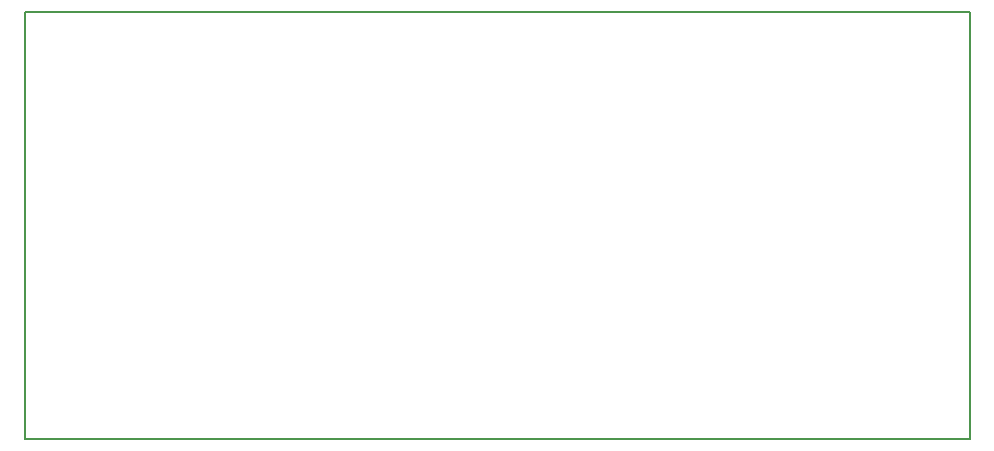
<source format=gko>
G04 #@! TF.FileFunction,Profile,NP*
%FSLAX46Y46*%
G04 Gerber Fmt 4.6, Leading zero omitted, Abs format (unit mm)*
G04 Created by KiCad (PCBNEW 4.0.1-3.201512221402+6198~38~ubuntu14.04.1-stable) date Sat 13 Aug 2016 05:43:18 PM PDT*
%MOMM*%
G01*
G04 APERTURE LIST*
%ADD10C,0.100000*%
%ADD11C,0.150000*%
G04 APERTURE END LIST*
D10*
D11*
X97790000Y-133350000D02*
X177800000Y-133350000D01*
X97790000Y-97155000D02*
X97790000Y-133350000D01*
X177800000Y-97155000D02*
X97790000Y-97155000D01*
X177800000Y-133350000D02*
X177800000Y-97155000D01*
M02*

</source>
